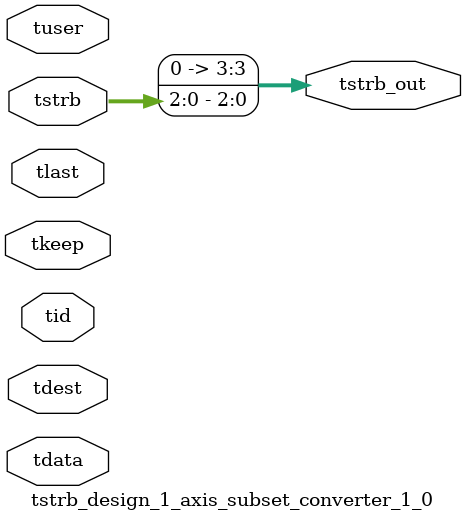
<source format=v>


`timescale 1ps/1ps

module tstrb_design_1_axis_subset_converter_1_0 #
(
parameter C_S_AXIS_TDATA_WIDTH = 32,
parameter C_S_AXIS_TUSER_WIDTH = 0,
parameter C_S_AXIS_TID_WIDTH   = 0,
parameter C_S_AXIS_TDEST_WIDTH = 0,
parameter C_M_AXIS_TDATA_WIDTH = 32
)
(
input  [(C_S_AXIS_TDATA_WIDTH == 0 ? 1 : C_S_AXIS_TDATA_WIDTH)-1:0     ] tdata,
input  [(C_S_AXIS_TUSER_WIDTH == 0 ? 1 : C_S_AXIS_TUSER_WIDTH)-1:0     ] tuser,
input  [(C_S_AXIS_TID_WIDTH   == 0 ? 1 : C_S_AXIS_TID_WIDTH)-1:0       ] tid,
input  [(C_S_AXIS_TDEST_WIDTH == 0 ? 1 : C_S_AXIS_TDEST_WIDTH)-1:0     ] tdest,
input  [(C_S_AXIS_TDATA_WIDTH/8)-1:0 ] tkeep,
input  [(C_S_AXIS_TDATA_WIDTH/8)-1:0 ] tstrb,
input                                                                    tlast,
output [(C_M_AXIS_TDATA_WIDTH/8)-1:0 ] tstrb_out
);

assign tstrb_out = {tstrb[2:0]};

endmodule


</source>
